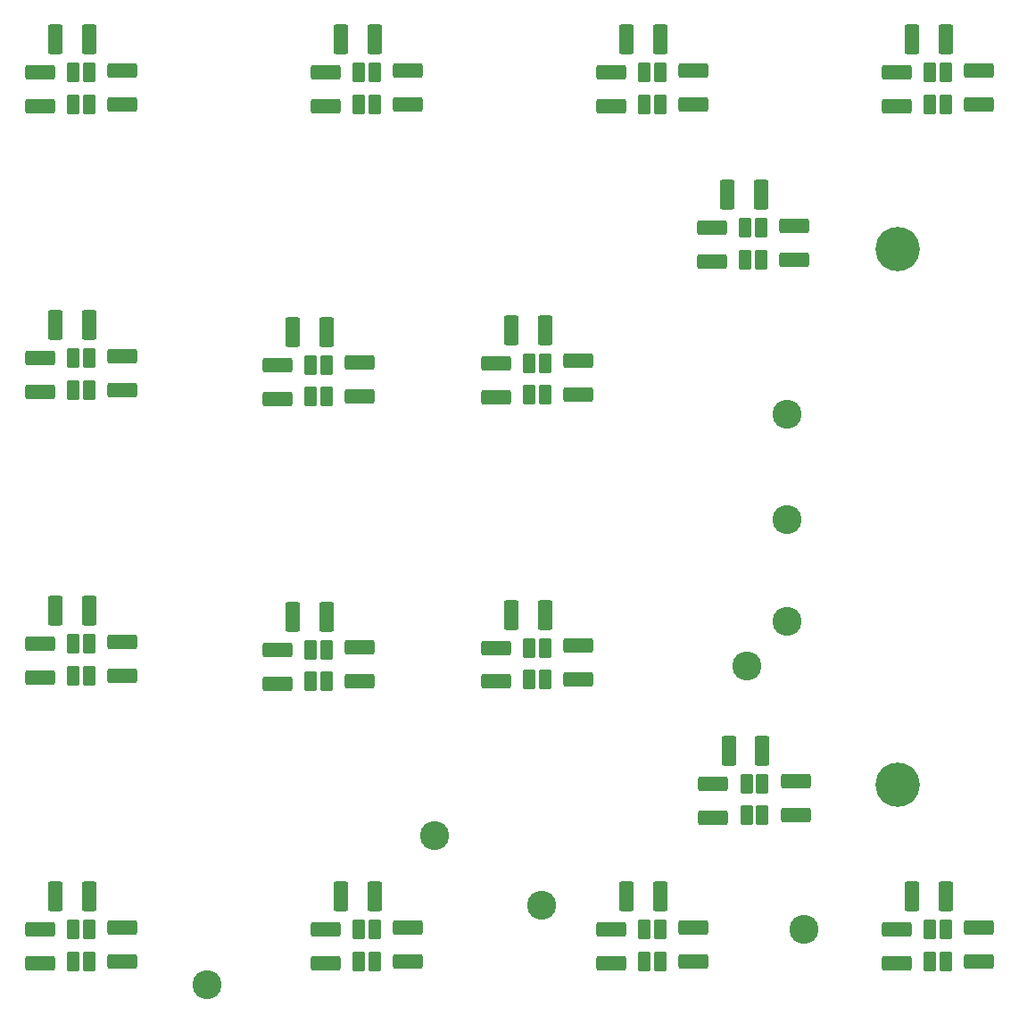
<source format=gbs>
G04*
G04 #@! TF.GenerationSoftware,Altium Limited,Altium Designer,21.2.1 (34)*
G04*
G04 Layer_Color=16711935*
%FSLAX25Y25*%
%MOIN*%
G70*
G04*
G04 #@! TF.SameCoordinates,5CDBF695-0DC9-45D6-B701-0AA4AA8D040A*
G04*
G04*
G04 #@! TF.FilePolarity,Negative*
G04*
G01*
G75*
G04:AMPARAMS|DCode=28|XSize=47.37mil|YSize=74.93mil|CornerRadius=7.94mil|HoleSize=0mil|Usage=FLASHONLY|Rotation=0.000|XOffset=0mil|YOffset=0mil|HoleType=Round|Shape=RoundedRectangle|*
%AMROUNDEDRECTD28*
21,1,0.04737,0.05906,0,0,0.0*
21,1,0.03150,0.07493,0,0,0.0*
1,1,0.01587,0.01575,-0.02953*
1,1,0.01587,-0.01575,-0.02953*
1,1,0.01587,-0.01575,0.02953*
1,1,0.01587,0.01575,0.02953*
%
%ADD28ROUNDEDRECTD28*%
G04:AMPARAMS|DCode=31|XSize=55.24mil|YSize=110.36mil|CornerRadius=7.54mil|HoleSize=0mil|Usage=FLASHONLY|Rotation=0.000|XOffset=0mil|YOffset=0mil|HoleType=Round|Shape=RoundedRectangle|*
%AMROUNDEDRECTD31*
21,1,0.05524,0.09528,0,0,0.0*
21,1,0.04016,0.11036,0,0,0.0*
1,1,0.01509,0.02008,-0.04764*
1,1,0.01509,-0.02008,-0.04764*
1,1,0.01509,-0.02008,0.04764*
1,1,0.01509,0.02008,0.04764*
%
%ADD31ROUNDEDRECTD31*%
G04:AMPARAMS|DCode=32|XSize=55.24mil|YSize=110.36mil|CornerRadius=7.54mil|HoleSize=0mil|Usage=FLASHONLY|Rotation=270.000|XOffset=0mil|YOffset=0mil|HoleType=Round|Shape=RoundedRectangle|*
%AMROUNDEDRECTD32*
21,1,0.05524,0.09528,0,0,270.0*
21,1,0.04016,0.11036,0,0,270.0*
1,1,0.01509,-0.04764,-0.02008*
1,1,0.01509,-0.04764,0.02008*
1,1,0.01509,0.04764,0.02008*
1,1,0.01509,0.04764,-0.02008*
%
%ADD32ROUNDEDRECTD32*%
%ADD33C,0.10800*%
%ADD34C,0.16548*%
D28*
X12047Y-54094D02*
D03*
X17953D02*
D03*
Y-65905D02*
D03*
X12047D02*
D03*
X-94619Y-54094D02*
D03*
X-88714D02*
D03*
Y-65905D02*
D03*
X-94619D02*
D03*
X-201286Y-54094D02*
D03*
X-195381D02*
D03*
Y-65905D02*
D03*
X-201286D02*
D03*
X-56453Y405D02*
D03*
X-50547D02*
D03*
Y-11406D02*
D03*
X-56453D02*
D03*
X-307953Y-54094D02*
D03*
X-302047D02*
D03*
Y-65905D02*
D03*
X-307953D02*
D03*
X-137570Y51144D02*
D03*
X-131665D02*
D03*
Y39333D02*
D03*
X-137570D02*
D03*
X-219286Y50436D02*
D03*
X-213381D02*
D03*
Y38625D02*
D03*
X-219286D02*
D03*
X-307953Y52572D02*
D03*
X-302047D02*
D03*
Y40761D02*
D03*
X-307953D02*
D03*
X-56953Y207906D02*
D03*
X-51047D02*
D03*
Y196095D02*
D03*
X-56953D02*
D03*
X-137570Y157447D02*
D03*
X-131665D02*
D03*
Y145636D02*
D03*
X-137570D02*
D03*
X-219286Y156739D02*
D03*
X-213381D02*
D03*
Y144928D02*
D03*
X-219286D02*
D03*
X-307953Y159239D02*
D03*
X-302047D02*
D03*
Y147428D02*
D03*
X-307953D02*
D03*
X12047Y265905D02*
D03*
X17953D02*
D03*
Y254095D02*
D03*
X12047D02*
D03*
X-94619Y265905D02*
D03*
X-88714D02*
D03*
Y254095D02*
D03*
X-94619D02*
D03*
X-201286Y265905D02*
D03*
X-195381D02*
D03*
Y254095D02*
D03*
X-201286D02*
D03*
X-307953Y265905D02*
D03*
X-302047D02*
D03*
Y254095D02*
D03*
X-307953D02*
D03*
D31*
X5354Y-41783D02*
D03*
X17953D02*
D03*
X-101312D02*
D03*
X-88714D02*
D03*
X-207979D02*
D03*
X-195381D02*
D03*
X-63146Y12717D02*
D03*
X-50547D02*
D03*
X-314646Y-41783D02*
D03*
X-302047D02*
D03*
X-144263Y63455D02*
D03*
X-131665D02*
D03*
X-225979Y62747D02*
D03*
X-213381D02*
D03*
X-314646Y64883D02*
D03*
X-302047D02*
D03*
X-63646Y220216D02*
D03*
X-51047D02*
D03*
X-144263Y169758D02*
D03*
X-131665D02*
D03*
X-225979Y169050D02*
D03*
X-213381D02*
D03*
X-314646Y171550D02*
D03*
X-302047D02*
D03*
X5354Y278217D02*
D03*
X17953D02*
D03*
X-101312D02*
D03*
X-88714D02*
D03*
X-207979D02*
D03*
X-195381D02*
D03*
X-314646D02*
D03*
X-302047D02*
D03*
D32*
X30404Y-65905D02*
D03*
Y-53307D02*
D03*
X-76263Y-65905D02*
D03*
Y-53307D02*
D03*
X-404Y-66693D02*
D03*
Y-54094D02*
D03*
X-107070Y-66693D02*
D03*
Y-54094D02*
D03*
X-182930Y-65905D02*
D03*
Y-53307D02*
D03*
X-38096Y-11406D02*
D03*
Y1193D02*
D03*
X-213737Y-66693D02*
D03*
Y-54094D02*
D03*
X-68904Y-12193D02*
D03*
Y405D02*
D03*
X-289597Y-65905D02*
D03*
Y-53307D02*
D03*
X-119214Y39333D02*
D03*
Y51932D02*
D03*
X-200930Y38625D02*
D03*
Y51224D02*
D03*
X-320404Y-66693D02*
D03*
Y-54094D02*
D03*
X-150021Y38546D02*
D03*
Y51144D02*
D03*
X-231737Y37838D02*
D03*
Y50436D02*
D03*
X-289597Y40761D02*
D03*
Y53360D02*
D03*
X-38596Y196095D02*
D03*
Y208693D02*
D03*
X-119214Y145636D02*
D03*
Y158234D02*
D03*
X-320404Y39974D02*
D03*
Y52572D02*
D03*
X-69404Y195307D02*
D03*
Y207906D02*
D03*
X-150021Y144849D02*
D03*
Y157447D02*
D03*
X-200930Y144928D02*
D03*
Y157526D02*
D03*
X-289597Y147428D02*
D03*
Y160026D02*
D03*
X30404Y254095D02*
D03*
Y266693D02*
D03*
X-231737Y144140D02*
D03*
Y156739D02*
D03*
X-320404Y146640D02*
D03*
Y159239D02*
D03*
X-404Y253307D02*
D03*
Y265905D02*
D03*
X-76263Y254095D02*
D03*
Y266693D02*
D03*
X-182930Y254095D02*
D03*
Y266693D02*
D03*
X-289597Y254095D02*
D03*
Y266693D02*
D03*
X-107070Y253307D02*
D03*
Y265905D02*
D03*
X-213737Y253307D02*
D03*
Y265905D02*
D03*
X-320404Y253307D02*
D03*
Y265905D02*
D03*
D33*
X-56500Y44500D02*
D03*
X-35000Y-54000D02*
D03*
X-41500Y61000D02*
D03*
Y99000D02*
D03*
Y138500D02*
D03*
X-258000Y-74803D02*
D03*
X-173000Y-19000D02*
D03*
X-133000Y-45000D02*
D03*
D34*
X0Y0D02*
D03*
Y200000D02*
D03*
M02*

</source>
